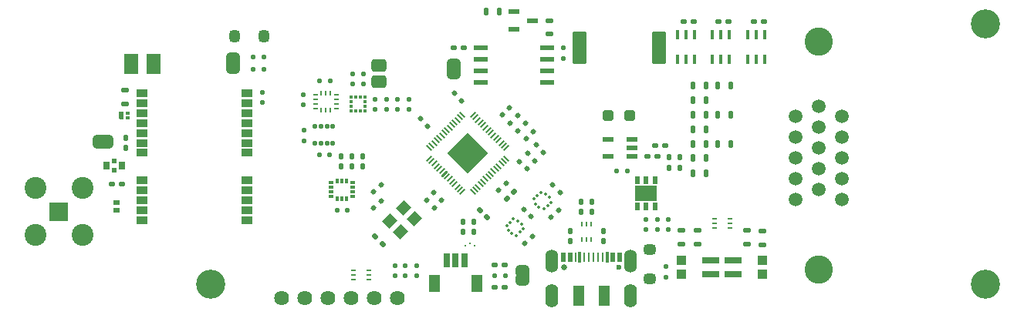
<source format=gbr>
%TF.GenerationSoftware,KiCad,Pcbnew,9.0.0*%
%TF.CreationDate,2025-07-20T20:19:11+01:00*%
%TF.ProjectId,Navigator,4e617669-6761-4746-9f72-2e6b69636164,rev?*%
%TF.SameCoordinates,Original*%
%TF.FileFunction,Soldermask,Top*%
%TF.FilePolarity,Negative*%
%FSLAX46Y46*%
G04 Gerber Fmt 4.6, Leading zero omitted, Abs format (unit mm)*
G04 Created by KiCad (PCBNEW 9.0.0) date 2025-07-20 20:19:11*
%MOMM*%
%LPD*%
G01*
G04 APERTURE LIST*
G04 Aperture macros list*
%AMRoundRect*
0 Rectangle with rounded corners*
0 $1 Rounding radius*
0 $2 $3 $4 $5 $6 $7 $8 $9 X,Y pos of 4 corners*
0 Add a 4 corners polygon primitive as box body*
4,1,4,$2,$3,$4,$5,$6,$7,$8,$9,$2,$3,0*
0 Add four circle primitives for the rounded corners*
1,1,$1+$1,$2,$3*
1,1,$1+$1,$4,$5*
1,1,$1+$1,$6,$7*
1,1,$1+$1,$8,$9*
0 Add four rect primitives between the rounded corners*
20,1,$1+$1,$2,$3,$4,$5,0*
20,1,$1+$1,$4,$5,$6,$7,0*
20,1,$1+$1,$6,$7,$8,$9,0*
20,1,$1+$1,$8,$9,$2,$3,0*%
%AMRotRect*
0 Rectangle, with rotation*
0 The origin of the aperture is its center*
0 $1 length*
0 $2 width*
0 $3 Rotation angle, in degrees counterclockwise*
0 Add horizontal line*
21,1,$1,$2,0,0,$3*%
%AMFreePoly0*
4,1,23,0.500000,-0.750000,0.000000,-0.750000,0.000000,-0.745722,-0.065263,-0.745722,-0.191342,-0.711940,-0.304381,-0.646677,-0.396677,-0.554381,-0.461940,-0.441342,-0.495722,-0.315263,-0.495722,-0.250000,-0.500000,-0.250000,-0.500000,0.250000,-0.495722,0.250000,-0.495722,0.315263,-0.461940,0.441342,-0.396677,0.554381,-0.304381,0.646677,-0.191342,0.711940,-0.065263,0.745722,0.000000,0.745722,
0.000000,0.750000,0.500000,0.750000,0.500000,-0.750000,0.500000,-0.750000,$1*%
%AMFreePoly1*
4,1,23,0.000000,0.745722,0.065263,0.745722,0.191342,0.711940,0.304381,0.646677,0.396677,0.554381,0.461940,0.441342,0.495722,0.315263,0.495722,0.250000,0.500000,0.250000,0.500000,-0.250000,0.495722,-0.250000,0.495722,-0.315263,0.461940,-0.441342,0.396677,-0.554381,0.304381,-0.646677,0.191342,-0.711940,0.065263,-0.745722,0.000000,-0.745722,0.000000,-0.750000,-0.500000,-0.750000,
-0.500000,0.750000,0.000000,0.750000,0.000000,0.745722,0.000000,0.745722,$1*%
G04 Aperture macros list end*
%ADD10C,0.010000*%
%ADD11RoundRect,0.125000X0.125000X0.281400X-0.125000X0.281400X-0.125000X-0.281400X0.125000X-0.281400X0*%
%ADD12RoundRect,0.127000X0.017961X0.197566X-0.197566X-0.017961X-0.017961X-0.197566X0.197566X0.017961X0*%
%ADD13RoundRect,0.127000X-0.197566X0.017961X0.017961X-0.197566X0.197566X-0.017961X-0.017961X0.197566X0*%
%ADD14RoundRect,0.125000X0.202799X0.124999X-0.202799X0.124999X-0.202799X-0.124999X0.202799X-0.124999X0*%
%ADD15RoundRect,0.125000X0.124999X-0.202799X0.124999X0.202799X-0.124999X0.202799X-0.124999X-0.202799X0*%
%ADD16RoundRect,0.127000X-0.127000X0.152400X-0.127000X-0.152400X0.127000X-0.152400X0.127000X0.152400X0*%
%ADD17RoundRect,0.125000X0.055013X0.231788X-0.231788X-0.055013X-0.055013X-0.231788X0.231788X0.055013X0*%
%ADD18RoundRect,0.278500X0.278500X0.358500X-0.278500X0.358500X-0.278500X-0.358500X0.278500X-0.358500X0*%
%ADD19RoundRect,0.250000X-0.325000X-0.325000X0.325000X-0.325000X0.325000X0.325000X-0.325000X0.325000X0*%
%ADD20RoundRect,0.015000X0.203200X-0.406400X0.203200X0.406400X-0.203200X0.406400X-0.203200X-0.406400X0*%
%ADD21R,2.489200X1.752600*%
%ADD22C,3.200000*%
%ADD23RoundRect,0.127000X-0.152400X-0.127000X0.152400X-0.127000X0.152400X0.127000X-0.152400X0.127000X0*%
%ADD24RoundRect,0.127000X0.127000X-0.152400X0.127000X0.152400X-0.127000X0.152400X-0.127000X-0.152400X0*%
%ADD25R,1.524000X0.533400*%
%ADD26RoundRect,0.125000X-0.124999X0.202799X-0.124999X-0.202799X0.124999X-0.202799X0.124999X0.202799X0*%
%ADD27RoundRect,0.125000X-0.281400X0.125000X-0.281400X-0.125000X0.281400X-0.125000X0.281400X0.125000X0*%
%ADD28R,0.576580X0.351536*%
%ADD29R,0.351536X0.576580*%
%ADD30RoundRect,0.127000X0.152400X0.127000X-0.152400X0.127000X-0.152400X-0.127000X0.152400X-0.127000X0*%
%ADD31R,1.549400X2.209800*%
%ADD32R,0.609600X0.228600*%
%ADD33RoundRect,0.125000X0.231788X-0.055013X-0.055013X0.231788X-0.231788X0.055013X0.055013X-0.231788X0*%
%ADD34RotRect,1.100000X1.300000X135.000000*%
%ADD35R,0.482600X0.254000*%
%ADD36R,0.254000X0.482600*%
%ADD37C,3.100000*%
%ADD38C,1.500000*%
%ADD39RoundRect,0.127000X0.197566X-0.017961X-0.017961X0.197566X-0.197566X0.017961X0.017961X-0.197566X0*%
%ADD40R,1.905000X0.660400*%
%ADD41R,1.295400X0.838200*%
%ADD42R,1.000000X1.050000*%
%ADD43RoundRect,0.125000X-0.202799X-0.124999X0.202799X-0.124999X0.202799X0.124999X-0.202799X0.124999X0*%
%ADD44RoundRect,0.125000X0.281400X-0.125000X0.281400X0.125000X-0.281400X0.125000X-0.281400X-0.125000X0*%
%ADD45RoundRect,0.127000X-0.017961X-0.197566X0.197566X0.017961X0.017961X0.197566X-0.197566X-0.017961X0*%
%ADD46R,2.100000X2.100000*%
%ADD47C,2.400000*%
%ADD48RoundRect,0.102000X-0.650000X-1.700000X0.650000X-1.700000X0.650000X1.700000X-0.650000X1.700000X0*%
%ADD49FreePoly0,90.000000*%
%ADD50FreePoly1,90.000000*%
%ADD51R,0.711200X0.889000*%
%ADD52R,0.508000X0.558800*%
%ADD53R,0.457200X1.003300*%
%ADD54FreePoly0,270.000000*%
%ADD55FreePoly1,270.000000*%
%ADD56C,0.630000*%
%ADD57C,0.600000*%
%ADD58R,0.520000X1.000000*%
%ADD59R,0.270000X1.000000*%
%ADD60RoundRect,0.070000X-0.135000X-0.500000X0.135000X-0.500000X0.135000X0.500000X-0.135000X0.500000X0*%
%ADD61RoundRect,0.120000X-0.500000X-1.000000X0.500000X-1.000000X0.500000X1.000000X-0.500000X1.000000X0*%
%ADD62O,1.362000X2.520000*%
%ADD63O,1.404000X2.604000*%
%ADD64RoundRect,0.061250X0.183750X-0.203750X0.183750X0.203750X-0.183750X0.203750X-0.183750X-0.203750X0*%
%ADD65RotRect,0.304800X0.330200X315.000000*%
%ADD66RotRect,0.304800X0.330200X225.000000*%
%ADD67R,1.250000X0.600000*%
%ADD68RoundRect,0.278500X0.358500X-0.278500X0.358500X0.278500X-0.358500X0.278500X-0.358500X-0.278500X0*%
%ADD69R,1.150000X0.600000*%
%ADD70RoundRect,0.294348X0.532652X-0.382652X0.532652X0.382652X-0.532652X0.382652X-0.532652X-0.382652X0*%
%ADD71RotRect,0.177800X0.812800X45.000000*%
%ADD72RotRect,0.177800X0.812800X315.000000*%
%ADD73RoundRect,0.050000X-0.350230X-0.224506X-0.224506X-0.350230X0.350230X0.224506X0.224506X0.350230X0*%
%ADD74RotRect,3.200400X3.200400X315.000000*%
%ADD75R,0.660000X0.500000*%
%ADD76R,0.351536X0.376682*%
%ADD77R,0.376682X0.351536*%
%ADD78R,0.660400X1.549400*%
%ADD79R,1.295400X1.905000*%
%ADD80FreePoly0,180.000000*%
%ADD81FreePoly1,180.000000*%
%ADD82R,0.228600X0.609600*%
%ADD83RotRect,0.254000X0.279400X315.000000*%
%ADD84RotRect,0.254000X0.254000X225.000000*%
%ADD85C,1.625600*%
G04 APERTURE END LIST*
D10*
%TO.C,D5*%
X149704856Y-92449499D02*
X149705856Y-92449499D01*
X149707856Y-92449499D01*
X149708856Y-92450499D01*
X149709856Y-92450499D01*
X149710856Y-92451499D01*
X149711856Y-92451499D01*
X149713856Y-92452499D01*
X149714856Y-92453499D01*
X149715856Y-92454499D01*
X149716856Y-92454499D01*
X149717856Y-92455499D01*
X149718856Y-92456499D01*
X149718856Y-92457499D01*
X149719856Y-92458499D01*
X149720856Y-92459499D01*
X149721856Y-92460499D01*
X149721856Y-92462499D01*
X149722856Y-92463499D01*
X149722856Y-92464499D01*
X149723856Y-92465499D01*
X149723856Y-92467499D01*
X149723856Y-92468499D01*
X149724856Y-92469499D01*
X149724856Y-92470499D01*
X149724856Y-92472499D01*
X149724856Y-92473499D01*
X149724856Y-92523499D01*
X149724856Y-92524499D01*
X149724856Y-92526499D01*
X149724856Y-92527499D01*
X149723856Y-92528499D01*
X149723856Y-92529499D01*
X149723856Y-92531499D01*
X149722856Y-92532499D01*
X149722856Y-92533499D01*
X149721856Y-92534499D01*
X149721856Y-92535499D01*
X149720856Y-92537499D01*
X149719856Y-92538499D01*
X149718856Y-92539499D01*
X149718856Y-92540499D01*
X149717856Y-92541499D01*
X149716856Y-92542499D01*
X149715856Y-92542499D01*
X149714856Y-92543499D01*
X149713856Y-92544499D01*
X149711856Y-92545499D01*
X149710856Y-92545499D01*
X149709856Y-92546499D01*
X149708856Y-92546499D01*
X149707856Y-92547499D01*
X149705856Y-92547499D01*
X149704856Y-92547499D01*
X149703856Y-92548499D01*
X149702856Y-92548499D01*
X149700856Y-92548499D01*
X149699856Y-92548499D01*
X149649856Y-92548499D01*
X149648856Y-92548499D01*
X149646856Y-92548499D01*
X149645856Y-92548499D01*
X149644856Y-92547499D01*
X149643856Y-92547499D01*
X149641856Y-92547499D01*
X149640856Y-92546499D01*
X149639856Y-92546499D01*
X149638856Y-92545499D01*
X149636856Y-92545499D01*
X149635856Y-92544499D01*
X149634856Y-92543499D01*
X149633856Y-92542499D01*
X149632856Y-92542499D01*
X149631856Y-92541499D01*
X149630856Y-92540499D01*
X149630856Y-92539499D01*
X149629856Y-92538499D01*
X149628856Y-92537499D01*
X149627856Y-92535499D01*
X149627856Y-92534499D01*
X149626856Y-92533499D01*
X149626856Y-92532499D01*
X149625856Y-92531499D01*
X149625856Y-92529499D01*
X149625856Y-92528499D01*
X149624856Y-92527499D01*
X149624856Y-92526499D01*
X149624856Y-92524499D01*
X149624856Y-92523499D01*
X149624856Y-92473499D01*
X149624856Y-92472499D01*
X149624856Y-92470499D01*
X149624856Y-92469499D01*
X149625856Y-92468499D01*
X149625856Y-92467499D01*
X149625856Y-92465499D01*
X149626856Y-92464499D01*
X149626856Y-92463499D01*
X149627856Y-92462499D01*
X149627856Y-92460499D01*
X149628856Y-92459499D01*
X149629856Y-92458499D01*
X149630856Y-92457499D01*
X149630856Y-92456499D01*
X149631856Y-92455499D01*
X149632856Y-92454499D01*
X149633856Y-92454499D01*
X149634856Y-92453499D01*
X149635856Y-92452499D01*
X149636856Y-92451499D01*
X149638856Y-92451499D01*
X149639856Y-92450499D01*
X149640856Y-92450499D01*
X149641856Y-92449499D01*
X149643856Y-92449499D01*
X149644856Y-92449499D01*
X149645856Y-92448499D01*
X149646856Y-92448499D01*
X149648856Y-92448499D01*
X149649856Y-92448499D01*
X149699856Y-92448499D01*
X149700856Y-92448499D01*
X149702856Y-92448499D01*
X149703856Y-92448499D01*
X149704856Y-92449499D01*
G36*
X149704856Y-92449499D02*
G01*
X149705856Y-92449499D01*
X149707856Y-92449499D01*
X149708856Y-92450499D01*
X149709856Y-92450499D01*
X149710856Y-92451499D01*
X149711856Y-92451499D01*
X149713856Y-92452499D01*
X149714856Y-92453499D01*
X149715856Y-92454499D01*
X149716856Y-92454499D01*
X149717856Y-92455499D01*
X149718856Y-92456499D01*
X149718856Y-92457499D01*
X149719856Y-92458499D01*
X149720856Y-92459499D01*
X149721856Y-92460499D01*
X149721856Y-92462499D01*
X149722856Y-92463499D01*
X149722856Y-92464499D01*
X149723856Y-92465499D01*
X149723856Y-92467499D01*
X149723856Y-92468499D01*
X149724856Y-92469499D01*
X149724856Y-92470499D01*
X149724856Y-92472499D01*
X149724856Y-92473499D01*
X149724856Y-92523499D01*
X149724856Y-92524499D01*
X149724856Y-92526499D01*
X149724856Y-92527499D01*
X149723856Y-92528499D01*
X149723856Y-92529499D01*
X149723856Y-92531499D01*
X149722856Y-92532499D01*
X149722856Y-92533499D01*
X149721856Y-92534499D01*
X149721856Y-92535499D01*
X149720856Y-92537499D01*
X149719856Y-92538499D01*
X149718856Y-92539499D01*
X149718856Y-92540499D01*
X149717856Y-92541499D01*
X149716856Y-92542499D01*
X149715856Y-92542499D01*
X149714856Y-92543499D01*
X149713856Y-92544499D01*
X149711856Y-92545499D01*
X149710856Y-92545499D01*
X149709856Y-92546499D01*
X149708856Y-92546499D01*
X149707856Y-92547499D01*
X149705856Y-92547499D01*
X149704856Y-92547499D01*
X149703856Y-92548499D01*
X149702856Y-92548499D01*
X149700856Y-92548499D01*
X149699856Y-92548499D01*
X149649856Y-92548499D01*
X149648856Y-92548499D01*
X149646856Y-92548499D01*
X149645856Y-92548499D01*
X149644856Y-92547499D01*
X149643856Y-92547499D01*
X149641856Y-92547499D01*
X149640856Y-92546499D01*
X149639856Y-92546499D01*
X149638856Y-92545499D01*
X149636856Y-92545499D01*
X149635856Y-92544499D01*
X149634856Y-92543499D01*
X149633856Y-92542499D01*
X149632856Y-92542499D01*
X149631856Y-92541499D01*
X149630856Y-92540499D01*
X149630856Y-92539499D01*
X149629856Y-92538499D01*
X149628856Y-92537499D01*
X149627856Y-92535499D01*
X149627856Y-92534499D01*
X149626856Y-92533499D01*
X149626856Y-92532499D01*
X149625856Y-92531499D01*
X149625856Y-92529499D01*
X149625856Y-92528499D01*
X149624856Y-92527499D01*
X149624856Y-92526499D01*
X149624856Y-92524499D01*
X149624856Y-92523499D01*
X149624856Y-92473499D01*
X149624856Y-92472499D01*
X149624856Y-92470499D01*
X149624856Y-92469499D01*
X149625856Y-92468499D01*
X149625856Y-92467499D01*
X149625856Y-92465499D01*
X149626856Y-92464499D01*
X149626856Y-92463499D01*
X149627856Y-92462499D01*
X149627856Y-92460499D01*
X149628856Y-92459499D01*
X149629856Y-92458499D01*
X149630856Y-92457499D01*
X149630856Y-92456499D01*
X149631856Y-92455499D01*
X149632856Y-92454499D01*
X149633856Y-92454499D01*
X149634856Y-92453499D01*
X149635856Y-92452499D01*
X149636856Y-92451499D01*
X149638856Y-92451499D01*
X149639856Y-92450499D01*
X149640856Y-92450499D01*
X149641856Y-92449499D01*
X149643856Y-92449499D01*
X149644856Y-92449499D01*
X149645856Y-92448499D01*
X149646856Y-92448499D01*
X149648856Y-92448499D01*
X149649856Y-92448499D01*
X149699856Y-92448499D01*
X149700856Y-92448499D01*
X149702856Y-92448499D01*
X149703856Y-92448499D01*
X149704856Y-92449499D01*
G37*
X150204856Y-92199499D02*
X150205856Y-92199499D01*
X150207856Y-92199499D01*
X150208856Y-92200499D01*
X150209856Y-92200499D01*
X150210856Y-92201499D01*
X150212856Y-92201499D01*
X150213856Y-92202499D01*
X150214856Y-92203499D01*
X150215856Y-92204499D01*
X150216856Y-92204499D01*
X150217856Y-92205499D01*
X150218856Y-92206499D01*
X150218856Y-92207499D01*
X150219856Y-92208499D01*
X150220856Y-92209499D01*
X150221856Y-92211499D01*
X150221856Y-92212499D01*
X150222856Y-92213499D01*
X150222856Y-92214499D01*
X150223856Y-92215499D01*
X150223856Y-92217499D01*
X150223856Y-92218499D01*
X150224856Y-92219499D01*
X150224856Y-92220499D01*
X150224856Y-92222499D01*
X150224856Y-92223499D01*
X150224856Y-92273499D01*
X150224856Y-92274499D01*
X150224856Y-92276499D01*
X150224856Y-92277499D01*
X150223856Y-92278499D01*
X150223856Y-92279499D01*
X150223856Y-92281499D01*
X150222856Y-92282499D01*
X150222856Y-92283499D01*
X150221856Y-92284499D01*
X150221856Y-92286499D01*
X150220856Y-92287499D01*
X150219856Y-92288499D01*
X150218856Y-92289499D01*
X150218856Y-92290499D01*
X150217856Y-92291499D01*
X150216856Y-92292499D01*
X150215856Y-92292499D01*
X150214856Y-92293499D01*
X150213856Y-92294499D01*
X150211856Y-92295499D01*
X150210856Y-92295499D01*
X150209856Y-92296499D01*
X150208856Y-92296499D01*
X150207856Y-92297499D01*
X150205856Y-92297499D01*
X150204856Y-92297499D01*
X150203856Y-92298499D01*
X150202856Y-92298499D01*
X150200856Y-92298499D01*
X150199856Y-92298499D01*
X150149856Y-92298499D01*
X150148856Y-92298499D01*
X150146856Y-92298499D01*
X150145856Y-92298499D01*
X150144856Y-92297499D01*
X150143856Y-92297499D01*
X150141856Y-92297499D01*
X150140856Y-92296499D01*
X150139856Y-92296499D01*
X150138856Y-92295499D01*
X150137856Y-92295499D01*
X150135856Y-92294499D01*
X150134856Y-92293499D01*
X150133856Y-92292499D01*
X150132856Y-92292499D01*
X150131856Y-92291499D01*
X150130856Y-92290499D01*
X150130856Y-92289499D01*
X150129856Y-92288499D01*
X150128856Y-92287499D01*
X150127856Y-92286499D01*
X150127856Y-92284499D01*
X150126856Y-92283499D01*
X150126856Y-92282499D01*
X150125856Y-92281499D01*
X150125856Y-92279499D01*
X150125856Y-92278499D01*
X150124856Y-92277499D01*
X150124856Y-92276499D01*
X150124856Y-92274499D01*
X150124856Y-92273499D01*
X150124856Y-92223499D01*
X150124856Y-92222499D01*
X150124856Y-92220499D01*
X150124856Y-92219499D01*
X150125856Y-92218499D01*
X150125856Y-92217499D01*
X150125856Y-92215499D01*
X150126856Y-92214499D01*
X150126856Y-92213499D01*
X150127856Y-92212499D01*
X150127856Y-92211499D01*
X150128856Y-92209499D01*
X150129856Y-92208499D01*
X150130856Y-92207499D01*
X150130856Y-92206499D01*
X150131856Y-92205499D01*
X150132856Y-92204499D01*
X150133856Y-92204499D01*
X150134856Y-92203499D01*
X150135856Y-92202499D01*
X150136856Y-92201499D01*
X150138856Y-92201499D01*
X150139856Y-92200499D01*
X150140856Y-92200499D01*
X150141856Y-92199499D01*
X150143856Y-92199499D01*
X150144856Y-92199499D01*
X150145856Y-92198499D01*
X150146856Y-92198499D01*
X150148856Y-92198499D01*
X150149856Y-92198499D01*
X150199856Y-92198499D01*
X150200856Y-92198499D01*
X150202856Y-92198499D01*
X150203856Y-92198499D01*
X150204856Y-92199499D01*
G36*
X150204856Y-92199499D02*
G01*
X150205856Y-92199499D01*
X150207856Y-92199499D01*
X150208856Y-92200499D01*
X150209856Y-92200499D01*
X150210856Y-92201499D01*
X150212856Y-92201499D01*
X150213856Y-92202499D01*
X150214856Y-92203499D01*
X150215856Y-92204499D01*
X150216856Y-92204499D01*
X150217856Y-92205499D01*
X150218856Y-92206499D01*
X150218856Y-92207499D01*
X150219856Y-92208499D01*
X150220856Y-92209499D01*
X150221856Y-92211499D01*
X150221856Y-92212499D01*
X150222856Y-92213499D01*
X150222856Y-92214499D01*
X150223856Y-92215499D01*
X150223856Y-92217499D01*
X150223856Y-92218499D01*
X150224856Y-92219499D01*
X150224856Y-92220499D01*
X150224856Y-92222499D01*
X150224856Y-92223499D01*
X150224856Y-92273499D01*
X150224856Y-92274499D01*
X150224856Y-92276499D01*
X150224856Y-92277499D01*
X150223856Y-92278499D01*
X150223856Y-92279499D01*
X150223856Y-92281499D01*
X150222856Y-92282499D01*
X150222856Y-92283499D01*
X150221856Y-92284499D01*
X150221856Y-92286499D01*
X150220856Y-92287499D01*
X150219856Y-92288499D01*
X150218856Y-92289499D01*
X150218856Y-92290499D01*
X150217856Y-92291499D01*
X150216856Y-92292499D01*
X150215856Y-92292499D01*
X150214856Y-92293499D01*
X150213856Y-92294499D01*
X150211856Y-92295499D01*
X150210856Y-92295499D01*
X150209856Y-92296499D01*
X150208856Y-92296499D01*
X150207856Y-92297499D01*
X150205856Y-92297499D01*
X150204856Y-92297499D01*
X150203856Y-92298499D01*
X150202856Y-92298499D01*
X150200856Y-92298499D01*
X150199856Y-92298499D01*
X150149856Y-92298499D01*
X150148856Y-92298499D01*
X150146856Y-92298499D01*
X150145856Y-92298499D01*
X150144856Y-92297499D01*
X150143856Y-92297499D01*
X150141856Y-92297499D01*
X150140856Y-92296499D01*
X150139856Y-92296499D01*
X150138856Y-92295499D01*
X150137856Y-92295499D01*
X150135856Y-92294499D01*
X150134856Y-92293499D01*
X150133856Y-92292499D01*
X150132856Y-92292499D01*
X150131856Y-92291499D01*
X150130856Y-92290499D01*
X150130856Y-92289499D01*
X150129856Y-92288499D01*
X150128856Y-92287499D01*
X150127856Y-92286499D01*
X150127856Y-92284499D01*
X150126856Y-92283499D01*
X150126856Y-92282499D01*
X150125856Y-92281499D01*
X150125856Y-92279499D01*
X150125856Y-92278499D01*
X150124856Y-92277499D01*
X150124856Y-92276499D01*
X150124856Y-92274499D01*
X150124856Y-92273499D01*
X150124856Y-92223499D01*
X150124856Y-92222499D01*
X150124856Y-92220499D01*
X150124856Y-92219499D01*
X150125856Y-92218499D01*
X150125856Y-92217499D01*
X150125856Y-92215499D01*
X150126856Y-92214499D01*
X150126856Y-92213499D01*
X150127856Y-92212499D01*
X150127856Y-92211499D01*
X150128856Y-92209499D01*
X150129856Y-92208499D01*
X150130856Y-92207499D01*
X150130856Y-92206499D01*
X150131856Y-92205499D01*
X150132856Y-92204499D01*
X150133856Y-92204499D01*
X150134856Y-92203499D01*
X150135856Y-92202499D01*
X150136856Y-92201499D01*
X150138856Y-92201499D01*
X150139856Y-92200499D01*
X150140856Y-92200499D01*
X150141856Y-92199499D01*
X150143856Y-92199499D01*
X150144856Y-92199499D01*
X150145856Y-92198499D01*
X150146856Y-92198499D01*
X150148856Y-92198499D01*
X150149856Y-92198499D01*
X150199856Y-92198499D01*
X150200856Y-92198499D01*
X150202856Y-92198499D01*
X150203856Y-92198499D01*
X150204856Y-92199499D01*
G37*
X150704856Y-92449499D02*
X150705856Y-92449499D01*
X150707856Y-92449499D01*
X150708856Y-92450499D01*
X150709856Y-92450499D01*
X150710856Y-92451499D01*
X150712856Y-92451499D01*
X150713856Y-92452499D01*
X150714856Y-92453499D01*
X150715856Y-92454499D01*
X150716856Y-92454499D01*
X150717856Y-92455499D01*
X150718856Y-92456499D01*
X150718856Y-92457499D01*
X150719856Y-92458499D01*
X150720856Y-92459499D01*
X150721856Y-92461499D01*
X150721856Y-92462499D01*
X150722856Y-92463499D01*
X150722856Y-92464499D01*
X150723856Y-92465499D01*
X150723856Y-92467499D01*
X150723856Y-92468499D01*
X150724856Y-92469499D01*
X150724856Y-92470499D01*
X150724856Y-92472499D01*
X150724856Y-92473499D01*
X150724856Y-92523499D01*
X150724856Y-92524499D01*
X150724856Y-92526499D01*
X150724856Y-92527499D01*
X150723856Y-92528499D01*
X150723856Y-92529499D01*
X150723856Y-92531499D01*
X150722856Y-92532499D01*
X150722856Y-92533499D01*
X150721856Y-92534499D01*
X150721856Y-92535499D01*
X150720856Y-92537499D01*
X150719856Y-92538499D01*
X150718856Y-92539499D01*
X150718856Y-92540499D01*
X150717856Y-92541499D01*
X150716856Y-92542499D01*
X150715856Y-92542499D01*
X150714856Y-92543499D01*
X150713856Y-92544499D01*
X150712856Y-92545499D01*
X150710856Y-92545499D01*
X150709856Y-92546499D01*
X150708856Y-92546499D01*
X150707856Y-92547499D01*
X150705856Y-92547499D01*
X150704856Y-92547499D01*
X150703856Y-92548499D01*
X150702856Y-92548499D01*
X150700856Y-92548499D01*
X150699856Y-92548499D01*
X150649856Y-92548499D01*
X150648856Y-92548499D01*
X150646856Y-92548499D01*
X150645856Y-92548499D01*
X150644856Y-92547499D01*
X150643856Y-92547499D01*
X150641856Y-92547499D01*
X150640856Y-92546499D01*
X150639856Y-92546499D01*
X150638856Y-92545499D01*
X150637856Y-92545499D01*
X150635856Y-92544499D01*
X150634856Y-92543499D01*
X150633856Y-92542499D01*
X150632856Y-92542499D01*
X150631856Y-92541499D01*
X150630856Y-92540499D01*
X150630856Y-92539499D01*
X150629856Y-92538499D01*
X150628856Y-92537499D01*
X150627856Y-92535499D01*
X150627856Y-92534499D01*
X150626856Y-92533499D01*
X150626856Y-92532499D01*
X150625856Y-92531499D01*
X150625856Y-92529499D01*
X150625856Y-92528499D01*
X150624856Y-92527499D01*
X150624856Y-92526499D01*
X150624856Y-92524499D01*
X150624856Y-92523499D01*
X150624856Y-92473499D01*
X150624856Y-92472499D01*
X150624856Y-92470499D01*
X150624856Y-92469499D01*
X150625856Y-92468499D01*
X150625856Y-92467499D01*
X150625856Y-92465499D01*
X150626856Y-92464499D01*
X150626856Y-92463499D01*
X150627856Y-92462499D01*
X150627856Y-92460499D01*
X150628856Y-92459499D01*
X150629856Y-92458499D01*
X150630856Y-92457499D01*
X150630856Y-92456499D01*
X150631856Y-92455499D01*
X150632856Y-92454499D01*
X150633856Y-92454499D01*
X150634856Y-92453499D01*
X150635856Y-92452499D01*
X150637856Y-92451499D01*
X150638856Y-92451499D01*
X150639856Y-92450499D01*
X150640856Y-92450499D01*
X150641856Y-92449499D01*
X150643856Y-92449499D01*
X150644856Y-92449499D01*
X150645856Y-92448499D01*
X150646856Y-92448499D01*
X150648856Y-92448499D01*
X150649856Y-92448499D01*
X150699856Y-92448499D01*
X150700856Y-92448499D01*
X150702856Y-92448499D01*
X150703856Y-92448499D01*
X150704856Y-92449499D01*
G36*
X150704856Y-92449499D02*
G01*
X150705856Y-92449499D01*
X150707856Y-92449499D01*
X150708856Y-92450499D01*
X150709856Y-92450499D01*
X150710856Y-92451499D01*
X150712856Y-92451499D01*
X150713856Y-92452499D01*
X150714856Y-92453499D01*
X150715856Y-92454499D01*
X150716856Y-92454499D01*
X150717856Y-92455499D01*
X150718856Y-92456499D01*
X150718856Y-92457499D01*
X150719856Y-92458499D01*
X150720856Y-92459499D01*
X150721856Y-92461499D01*
X150721856Y-92462499D01*
X150722856Y-92463499D01*
X150722856Y-92464499D01*
X150723856Y-92465499D01*
X150723856Y-92467499D01*
X150723856Y-92468499D01*
X150724856Y-92469499D01*
X150724856Y-92470499D01*
X150724856Y-92472499D01*
X150724856Y-92473499D01*
X150724856Y-92523499D01*
X150724856Y-92524499D01*
X150724856Y-92526499D01*
X150724856Y-92527499D01*
X150723856Y-92528499D01*
X150723856Y-92529499D01*
X150723856Y-92531499D01*
X150722856Y-92532499D01*
X150722856Y-92533499D01*
X150721856Y-92534499D01*
X150721856Y-92535499D01*
X150720856Y-92537499D01*
X150719856Y-92538499D01*
X150718856Y-92539499D01*
X150718856Y-92540499D01*
X150717856Y-92541499D01*
X150716856Y-92542499D01*
X150715856Y-92542499D01*
X150714856Y-92543499D01*
X150713856Y-92544499D01*
X150712856Y-92545499D01*
X150710856Y-92545499D01*
X150709856Y-92546499D01*
X150708856Y-92546499D01*
X150707856Y-92547499D01*
X150705856Y-92547499D01*
X150704856Y-92547499D01*
X150703856Y-92548499D01*
X150702856Y-92548499D01*
X150700856Y-92548499D01*
X150699856Y-92548499D01*
X150649856Y-92548499D01*
X150648856Y-92548499D01*
X150646856Y-92548499D01*
X150645856Y-92548499D01*
X150644856Y-92547499D01*
X150643856Y-92547499D01*
X150641856Y-92547499D01*
X150640856Y-92546499D01*
X150639856Y-92546499D01*
X150638856Y-92545499D01*
X150637856Y-92545499D01*
X150635856Y-92544499D01*
X150634856Y-92543499D01*
X150633856Y-92542499D01*
X150632856Y-92542499D01*
X150631856Y-92541499D01*
X150630856Y-92540499D01*
X150630856Y-92539499D01*
X150629856Y-92538499D01*
X150628856Y-92537499D01*
X150627856Y-92535499D01*
X150627856Y-92534499D01*
X150626856Y-92533499D01*
X150626856Y-92532499D01*
X150625856Y-92531499D01*
X150625856Y-92529499D01*
X150625856Y-92528499D01*
X150624856Y-92527499D01*
X150624856Y-92526499D01*
X150624856Y-92524499D01*
X150624856Y-92523499D01*
X150624856Y-92473499D01*
X150624856Y-92472499D01*
X150624856Y-92470499D01*
X150624856Y-92469499D01*
X150625856Y-92468499D01*
X150625856Y-92467499D01*
X150625856Y-92465499D01*
X150626856Y-92464499D01*
X150626856Y-92463499D01*
X150627856Y-92462499D01*
X150627856Y-92460499D01*
X150628856Y-92459499D01*
X150629856Y-92458499D01*
X150630856Y-92457499D01*
X150630856Y-92456499D01*
X150631856Y-92455499D01*
X150632856Y-92454499D01*
X150633856Y-92454499D01*
X150634856Y-92453499D01*
X150635856Y-92452499D01*
X150637856Y-92451499D01*
X150638856Y-92451499D01*
X150639856Y-92450499D01*
X150640856Y-92450499D01*
X150641856Y-92449499D01*
X150643856Y-92449499D01*
X150644856Y-92449499D01*
X150645856Y-92448499D01*
X150646856Y-92448499D01*
X150648856Y-92448499D01*
X150649856Y-92448499D01*
X150699856Y-92448499D01*
X150700856Y-92448499D01*
X150702856Y-92448499D01*
X150703856Y-92448499D01*
X150704856Y-92449499D01*
G37*
%TO.C,JP4*%
G36*
X147680000Y-73300000D02*
G01*
X149180000Y-73300000D01*
X149180000Y-73000000D01*
X147680000Y-73000000D01*
X147680000Y-73300000D01*
G37*
%TO.C,JP1*%
G36*
X124980000Y-72350000D02*
G01*
X123480000Y-72350000D01*
X123480000Y-72650000D01*
X124980000Y-72650000D01*
X124980000Y-72350000D01*
G37*
%TO.C,JP3*%
G36*
X155274856Y-95948498D02*
G01*
X156774856Y-95948498D01*
X156774856Y-95648498D01*
X155274856Y-95648498D01*
X155274856Y-95948498D01*
G37*
%TO.C,Q1*%
X112088000Y-77851000D02*
X112090000Y-77851000D01*
X112093000Y-77852000D01*
X112095000Y-77852000D01*
X112098000Y-77853000D01*
X112100000Y-77854000D01*
X112103000Y-77855000D01*
X112105000Y-77857000D01*
X112107000Y-77858000D01*
X112109000Y-77860000D01*
X112111000Y-77861000D01*
X112113000Y-77863000D01*
X112115000Y-77865000D01*
X112117000Y-77867000D01*
X112119000Y-77869000D01*
X112120000Y-77871000D01*
X112122000Y-77873000D01*
X112123000Y-77875000D01*
X112125000Y-77877000D01*
X112126000Y-77880000D01*
X112127000Y-77882000D01*
X112128000Y-77885000D01*
X112128000Y-77887000D01*
X112129000Y-77890000D01*
X112129000Y-77892000D01*
X112130000Y-77895000D01*
X112130000Y-77897000D01*
X112130000Y-77900000D01*
X112130000Y-78500000D01*
X112130000Y-78503000D01*
X112130000Y-78505000D01*
X112129000Y-78508000D01*
X112129000Y-78510000D01*
X112128000Y-78513000D01*
X112128000Y-78515000D01*
X112127000Y-78518000D01*
X112126000Y-78520000D01*
X112125000Y-78523000D01*
X112123000Y-78525000D01*
X112122000Y-78527000D01*
X112120000Y-78529000D01*
X112119000Y-78531000D01*
X112117000Y-78533000D01*
X112115000Y-78535000D01*
X112113000Y-78537000D01*
X112111000Y-78539000D01*
X112109000Y-78540000D01*
X112107000Y-78542000D01*
X112105000Y-78543000D01*
X112103000Y-78545000D01*
X112100000Y-78546000D01*
X112098000Y-78547000D01*
X112095000Y-78548000D01*
X112093000Y-78548000D01*
X112090000Y-78549000D01*
X112088000Y-78549000D01*
X112085000Y-78550000D01*
X112083000Y-78550000D01*
X112080000Y-78550000D01*
X111780000Y-78550000D01*
X111777000Y-78550000D01*
X111775000Y-78550000D01*
X111772000Y-78549000D01*
X111770000Y-78549000D01*
X111767000Y-78548000D01*
X111765000Y-78548000D01*
X111762000Y-78547000D01*
X111760000Y-78546000D01*
X111757000Y-78545000D01*
X111755000Y-78543000D01*
X111753000Y-78542000D01*
X111751000Y-78540000D01*
X111749000Y-78539000D01*
X111747000Y-78537000D01*
X111745000Y-78535000D01*
X111743000Y-78533000D01*
X111741000Y-78531000D01*
X111740000Y-78529000D01*
X111738000Y-78527000D01*
X111737000Y-78525000D01*
X111735000Y-78523000D01*
X111734000Y-78520000D01*
X111733000Y-78518000D01*
X111732000Y-78515000D01*
X111732000Y-78513000D01*
X111731000Y-78510000D01*
X111731000Y-78508000D01*
X111730000Y-78505000D01*
X111730000Y-78503000D01*
X111730000Y-78500000D01*
X111730000Y-77900000D01*
X111730000Y-77897000D01*
X111730000Y-77895000D01*
X111731000Y-77892000D01*
X111731000Y-77890000D01*
X111732000Y-77887000D01*
X111732000Y-77885000D01*
X111733000Y-77882000D01*
X111734000Y-77880000D01*
X111735000Y-77877000D01*
X111737000Y-77875000D01*
X111738000Y-77873000D01*
X111740000Y-77871000D01*
X111741000Y-77869000D01*
X111743000Y-77867000D01*
X111745000Y-77865000D01*
X111747000Y-77863000D01*
X111749000Y-77861000D01*
X111751000Y-77860000D01*
X111753000Y-77858000D01*
X111755000Y-77857000D01*
X111757000Y-77855000D01*
X111760000Y-77854000D01*
X111762000Y-77853000D01*
X111765000Y-77852000D01*
X111767000Y-77852000D01*
X111770000Y-77851000D01*
X111772000Y-77851000D01*
X111775000Y-77850000D01*
X111777000Y-77850000D01*
X111780000Y-77850000D01*
X112080000Y-77850000D01*
X112083000Y-77850000D01*
X112085000Y-77850000D01*
X112088000Y-77851000D01*
G36*
X112088000Y-77851000D02*
G01*
X112090000Y-77851000D01*
X112093000Y-77852000D01*
X112095000Y-77852000D01*
X112098000Y-77853000D01*
X112100000Y-77854000D01*
X112103000Y-77855000D01*
X112105000Y-77857000D01*
X112107000Y-77858000D01*
X112109000Y-77860000D01*
X112111000Y-77861000D01*
X112113000Y-77863000D01*
X112115000Y-77865000D01*
X112117000Y-77867000D01*
X112119000Y-77869000D01*
X112120000Y-77871000D01*
X112122000Y-77873000D01*
X112123000Y-77875000D01*
X112125000Y-77877000D01*
X112126000Y-77880000D01*
X112127000Y-77882000D01*
X112128000Y-77885000D01*
X112128000Y-77887000D01*
X112129000Y-77890000D01*
X112129000Y-77892000D01*
X112130000Y-77895000D01*
X112130000Y-77897000D01*
X112130000Y-77900000D01*
X112130000Y-78500000D01*
X112130000Y-78503000D01*
X112130000Y-78505000D01*
X112129000Y-78508000D01*
X112129000Y-78510000D01*
X112128000Y-78513000D01*
X112128000Y-78515000D01*
X112127000Y-78518000D01*
X112126000Y-78520000D01*
X112125000Y-78523000D01*
X112123000Y-78525000D01*
X112122000Y-78527000D01*
X112120000Y-78529000D01*
X112119000Y-78531000D01*
X112117000Y-78533000D01*
X112115000Y-78535000D01*
X112113000Y-78537000D01*
X112111000Y-78539000D01*
X112109000Y-78540000D01*
X112107000Y-78542000D01*
X112105000Y-78543000D01*
X112103000Y-78545000D01*
X112100000Y-78546000D01*
X112098000Y-78547000D01*
X112095000Y-78548000D01*
X112093000Y-78548000D01*
X112090000Y-78549000D01*
X112088000Y-78549000D01*
X112085000Y-78550000D01*
X112083000Y-78550000D01*
X112080000Y-78550000D01*
X111780000Y-78550000D01*
X111777000Y-78550000D01*
X111775000Y-78550000D01*
X111772000Y-78549000D01*
X111770000Y-78549000D01*
X111767000Y-78548000D01*
X111765000Y-78548000D01*
X111762000Y-78547000D01*
X111760000Y-78546000D01*
X111757000Y-78545000D01*
X111755000Y-78543000D01*
X111753000Y-78542000D01*
X111751000Y-78540000D01*
X111749000Y-78539000D01*
X111747000Y-78537000D01*
X111745000Y-78535000D01*
X111743000Y-78533000D01*
X111741000Y-78531000D01*
X111740000Y-78529000D01*
X111738000Y-78527000D01*
X111737000Y-78525000D01*
X111735000Y-78523000D01*
X111734000Y-78520000D01*
X111733000Y-78518000D01*
X111732000Y-78515000D01*
X111732000Y-78513000D01*
X111731000Y-78510000D01*
X111731000Y-78508000D01*
X111730000Y-78505000D01*
X111730000Y-78503000D01*
X111730000Y-78500000D01*
X111730000Y-77900000D01*
X111730000Y-77897000D01*
X111730000Y-77895000D01*
X111731000Y-77892000D01*
X111731000Y-77890000D01*
X111732000Y-77887000D01*
X111732000Y-77885000D01*
X111733000Y-77882000D01*
X111734000Y-77880000D01*
X111735000Y-77877000D01*
X111737000Y-77875000D01*
X111738000Y-77873000D01*
X111740000Y-77871000D01*
X111741000Y-77869000D01*
X111743000Y-77867000D01*
X111745000Y-77865000D01*
X111747000Y-77863000D01*
X111749000Y-77861000D01*
X111751000Y-77860000D01*
X111753000Y-77858000D01*
X111755000Y-77857000D01*
X111757000Y-77855000D01*
X111760000Y-77854000D01*
X111762000Y-77853000D01*
X111765000Y-77852000D01*
X111767000Y-77852000D01*
X111770000Y-77851000D01*
X111772000Y-77851000D01*
X111775000Y-77850000D01*
X111777000Y-77850000D01*
X111780000Y-77850000D01*
X112080000Y-77850000D01*
X112083000Y-77850000D01*
X112085000Y-77850000D01*
X112088000Y-77851000D01*
G37*
X112788000Y-77851000D02*
X112790000Y-77851000D01*
X112793000Y-77852000D01*
X112795000Y-77852000D01*
X112798000Y-77853000D01*
X112800000Y-77854000D01*
X112803000Y-77855000D01*
X112805000Y-77857000D01*
X112807000Y-77858000D01*
X112809000Y-77860000D01*
X112811000Y-77861000D01*
X112813000Y-77863000D01*
X112815000Y-77865000D01*
X112817000Y-77867000D01*
X112819000Y-77869000D01*
X112820000Y-77871000D01*
X112822000Y-77873000D01*
X112823000Y-77875000D01*
X112825000Y-77877000D01*
X112826000Y-77880000D01*
X112827000Y-77882000D01*
X112828000Y-77885000D01*
X112828000Y-77887000D01*
X112829000Y-77890000D01*
X112829000Y-77892000D01*
X112830000Y-77895000D01*
X112830000Y-77897000D01*
X112830000Y-77900000D01*
X112830000Y-78050000D01*
X112830000Y-78053000D01*
X112830000Y-78055000D01*
X112829000Y-78058000D01*
X112829000Y-78060000D01*
X112828000Y-78063000D01*
X112828000Y-78065000D01*
X112827000Y-78068000D01*
X112826000Y-78070000D01*
X112825000Y-78073000D01*
X112823000Y-78075000D01*
X112822000Y-78077000D01*
X112820000Y-78079000D01*
X112819000Y-78081000D01*
X112817000Y-78083000D01*
X112815000Y-78085000D01*
X112813000Y-78087000D01*
X112811000Y-78089000D01*
X112809000Y-78090000D01*
X112807000Y-78092000D01*
X112805000Y-78093000D01*
X112803000Y-78095000D01*
X112800000Y-78096000D01*
X112798000Y-78097000D01*
X112795000Y-78098000D01*
X112793000Y-78098000D01*
X112790000Y-78099000D01*
X112788000Y-78099000D01*
X112785000Y-78100000D01*
X112783000Y-78100000D01*
X112780000Y-78100000D01*
X112480000Y-78100000D01*
X112477000Y-78100000D01*
X112475000Y-78100000D01*
X112472000Y-78099000D01*
X112470000Y-78099000D01*
X112467000Y-78098000D01*
X112465000Y-78098000D01*
X112462000Y-78097000D01*
X112460000Y-78096000D01*
X112457000Y-78095000D01*
X112455000Y-78093000D01*
X112453000Y-78092000D01*
X112451000Y-78090000D01*
X112449000Y-78089000D01*
X112447000Y-78087000D01*
X112445000Y-78085000D01*
X112443000Y-78083000D01*
X112441000Y-78081000D01*
X112440000Y-78079000D01*
X112438000Y-78077000D01*
X112437000Y-78075000D01*
X112435000Y-78073000D01*
X112434000Y-78070000D01*
X112433000Y-78068000D01*
X112432000Y-78065000D01*
X112432000Y-78063000D01*
X112431000Y-78060000D01*
X112431000Y-78058000D01*
X112430000Y-78055000D01*
X112430000Y-78053000D01*
X112430000Y-78050000D01*
X112430000Y-77900000D01*
X112430000Y-77897000D01*
X112430000Y-77895000D01*
X112431000Y-77892000D01*
X112431000Y-77890000D01*
X112432000Y-77887000D01*
X112432000Y-77885000D01*
X112433000Y-77882000D01*
X112434000Y-77880000D01*
X112435000Y-77877000D01*
X112437000Y-77875000D01*
X112438000Y-77873000D01*
X112440000Y-77871000D01*
X112441000Y-77869000D01*
X112443000Y-77867000D01*
X112445000Y-77865000D01*
X112447000Y-77863000D01*
X112449000Y-77861000D01*
X112451000Y-77860000D01*
X112453000Y-77858000D01*
X112455000Y-77857000D01*
X112457000Y-77855000D01*
X112460000Y-77854000D01*
X112462000Y-77853000D01*
X112465000Y-77852000D01*
X112467000Y-77852000D01*
X112470000Y-77851000D01*
X112472000Y-77851000D01*
X112475000Y-77850000D01*
X112477000Y-77850000D01*
X112480000Y-77850000D01*
X112780000Y-77850000D01*
X112783000Y-77850000D01*
X112785000Y-77850000D01*
X112788000Y-77851000D01*
G36*
X112788000Y-77851000D02*
G01*
X112790000Y-77851000D01*
X112793000Y-77852000D01*
X112795000Y-77852000D01*
X112798000Y-77853000D01*
X112800000Y-77854000D01*
X112803000Y-77855000D01*
X112805000Y-77857000D01*
X112807000Y-77858000D01*
X112809000Y-77860000D01*
X112811000Y-77861000D01*
X112813000Y-77863000D01*
X112815000Y-77865000D01*
X112817000Y-77867000D01*
X112819000Y-77869000D01*
X112820000Y-77871000D01*
X112822000Y-77873000D01*
X112823000Y-77875000D01*
X112825000Y-77877000D01*
X112826000Y-77880000D01*
X112827000Y-77882000D01*
X112828000Y-77885000D01*
X112828000Y-77887000D01*
X112829000Y-77890000D01*
X112829000Y-77892000D01*
X112830000Y-77895000D01*
X112830000Y-77897000D01*
X112830000Y-77900000D01*
X112830000Y-78050000D01*
X112830000Y-78053000D01*
X112830000Y-78055000D01*
X112829000Y-78058000D01*
X112829000Y-78060000D01*
X112828000Y-78063000D01*
X112828000Y-78065000D01*
X112827000Y-78068000D01*
X112826000Y-78070000D01*
X112825000Y-78073000D01*
X112823000Y-78075000D01*
X112822000Y-78077000D01*
X112820000Y-78079000D01*
X112819000Y-78081000D01*
X112817000Y-78083000D01*
X112815000Y-78085000D01*
X112813000Y-78087000D01*
X112811000Y-78089000D01*
X112809000Y-78090000D01*
X112807000Y-78092000D01*
X112805000Y-78093000D01*
X112803000Y-78095000D01*
X112800000Y-78096000D01*
X112798000Y-78097000D01*
X112795000Y-78098000D01*
X112793000Y-78098000D01*
X112790000Y-78099000D01*
X112788000Y-78099000D01*
X112785000Y-78100000D01*
X112783000Y-78100000D01*
X112780000Y-78100000D01*
X112480000Y-78100000D01*
X112477000Y-78100000D01*
X112475000Y-78100000D01*
X112472000Y-78099000D01*
X112470000Y-78099000D01*
X112467000Y-78098000D01*
X112465000Y-78098000D01*
X112462000Y-78097000D01*
X112460000Y-78096000D01*
X112457000Y-78095000D01*
X112455000Y-78093000D01*
X112453000Y-78092000D01*
X112451000Y-78090000D01*
X112449000Y-78089000D01*
X112447000Y-78087000D01*
X112445000Y-78085000D01*
X112443000Y-78083000D01*
X112441000Y-78081000D01*
X112440000Y-78079000D01*
X112438000Y-78077000D01*
X112437000Y-78075000D01*
X112435000Y-78073000D01*
X112434000Y-78070000D01*
X112433000Y-78068000D01*
X112432000Y-78065000D01*
X112432000Y-78063000D01*
X112431000Y-78060000D01*
X112431000Y-78058000D01*
X112430000Y-78055000D01*
X112430000Y-78053000D01*
X112430000Y-78050000D01*
X112430000Y-77900000D01*
X112430000Y-77897000D01*
X112430000Y-77895000D01*
X112431000Y-77892000D01*
X112431000Y-77890000D01*
X112432000Y-77887000D01*
X112432000Y-77885000D01*
X112433000Y-77882000D01*
X112434000Y-77880000D01*
X112435000Y-77877000D01*
X112437000Y-77875000D01*
X112438000Y-77873000D01*
X112440000Y-77871000D01*
X112441000Y-77869000D01*
X112443000Y-77867000D01*
X112445000Y-77865000D01*
X112447000Y-77863000D01*
X112449000Y-77861000D01*
X112451000Y-77860000D01*
X112453000Y-77858000D01*
X112455000Y-77857000D01*
X112457000Y-77855000D01*
X112460000Y-77854000D01*
X112462000Y-77853000D01*
X112465000Y-77852000D01*
X112467000Y-77852000D01*
X112470000Y-77851000D01*
X112472000Y-77851000D01*
X112475000Y-77850000D01*
X112477000Y-77850000D01*
X112480000Y-77850000D01*
X112780000Y-77850000D01*
X112783000Y-77850000D01*
X112785000Y-77850000D01*
X112788000Y-77851000D01*
G37*
X112788000Y-78301000D02*
X112790000Y-78301000D01*
X112793000Y-78302000D01*
X112795000Y-78302000D01*
X112798000Y-78303000D01*
X112800000Y-78304000D01*
X112803000Y-78305000D01*
X112805000Y-78307000D01*
X112807000Y-78308000D01*
X112809000Y-78310000D01*
X112811000Y-78311000D01*
X112813000Y-78313000D01*
X112815000Y-78315000D01*
X112817000Y-78317000D01*
X112819000Y-78319000D01*
X112820000Y-78321000D01*
X112822000Y-78323000D01*
X112823000Y-78325000D01*
X112825000Y-78327000D01*
X112826000Y-78330000D01*
X112827000Y-78332000D01*
X112828000Y-78335000D01*
X112828000Y-78337000D01*
X112829000Y-78340000D01*
X112829000Y-78342000D01*
X112830000Y-78345000D01*
X112830000Y-78347000D01*
X112830000Y-78350000D01*
X112830000Y-78500000D01*
X112830000Y-78503000D01*
X112830000Y-78505000D01*
X112829000Y-78508000D01*
X112829000Y-78510000D01*
X112828000Y-78513000D01*
X112828000Y-78515000D01*
X112827000Y-78518000D01*
X112826000Y-78520000D01*
X112825000Y-78523000D01*
X112823000Y-78525000D01*
X112822000Y-78527000D01*
X112820000Y-78529000D01*
X112819000Y-78531000D01*
X112817000Y-78533000D01*
X112815000Y-78535000D01*
X112813000Y-78537000D01*
X112811000Y-78539000D01*
X112809000Y-78540000D01*
X112807000Y-78542000D01*
X112805000Y-78543000D01*
X112803000Y-78545000D01*
X112800000Y-78546000D01*
X112798000Y-78547000D01*
X112795000Y-78548000D01*
X112793000Y-78548000D01*
X112790000Y-78549000D01*
X112788000Y-78549000D01*
X112785000Y-78550000D01*
X112783000Y-78550000D01*
X112780000Y-78550000D01*
X112480000Y-78550000D01*
X112477000Y-78550000D01*
X112475000Y-78550000D01*
X112472000Y-78549000D01*
X112470000Y-78549000D01*
X112467000Y-78548000D01*
X112465000Y-78548000D01*
X112462000Y-78547000D01*
X112460000Y-78546000D01*
X112457000Y-78545000D01*
X112455000Y-78543000D01*
X112453000Y-78542000D01*
X112451000Y-78540000D01*
X112449000Y-78539000D01*
X112447000Y-78537000D01*
X112445000Y-78535000D01*
X112443000Y-78533000D01*
X112441000Y-78531000D01*
X112440000Y-78529000D01*
X112438000Y-78527000D01*
X112437000Y-78525000D01*
X112435000Y-78523000D01*
X112434000Y-78520000D01*
X112433000Y-78518000D01*
X112432000Y-78515000D01*
X112432000Y-78513000D01*
X112431000Y-78510000D01*
X112431000Y-78508000D01*
X112430000Y-78505000D01*
X112430000Y-78503000D01*
X112430000Y-78500000D01*
X112430000Y-78350000D01*
X112430000Y-78347000D01*
X112430000Y-78345000D01*
X112431000Y-78342000D01*
X112431000Y-78340000D01*
X112432000Y-78337000D01*
X112432000Y-78335000D01*
X112433000Y-78332000D01*
X112434000Y-78330000D01*
X112435000Y-78327000D01*
X112437000Y-78325000D01*
X112438000Y-78323000D01*
X112440000Y-78321000D01*
X112441000Y-78319000D01*
X112443000Y-78317000D01*
X112445000Y-78315000D01*
X112447000Y-78313000D01*
X112449000Y-78311000D01*
X112451000Y-78310000D01*
X112453000Y-78308000D01*
X112455000Y-78307000D01*
X112457000Y-78305000D01*
X112460000Y-78304000D01*
X112462000Y-78303000D01*
X112465000Y-78302000D01*
X112467000Y-78302000D01*
X112470000Y-78301000D01*
X112472000Y-78301000D01*
X112475000Y-78300000D01*
X112477000Y-78300000D01*
X112480000Y-78300000D01*
X112780000Y-78300000D01*
X112783000Y-78300000D01*
X112785000Y-78300000D01*
X112788000Y-78301000D01*
G36*
X112788000Y-78301000D02*
G01*
X112790000Y-78301000D01*
X112793000Y-78302000D01*
X112795000Y-78302000D01*
X112798000Y-78303000D01*
X112800000Y-78304000D01*
X112803000Y-78305000D01*
X112805000Y-78307000D01*
X112807000Y-78308000D01*
X112809000Y-78310000D01*
X112811000Y-78311000D01*
X112813000Y-78313000D01*
X112815000Y-78315000D01*
X112817000Y-78317000D01*
X112819000Y-78319000D01*
X112820000Y-78321000D01*
X112822000Y-78323000D01*
X112823000Y-78325000D01*
X112825000Y-78327000D01*
X112826000Y-78330000D01*
X112827000Y-78332000D01*
X112828000Y-78335000D01*
X112828000Y-78337000D01*
X112829000Y-78340000D01*
X112829000Y-78342000D01*
X112830000Y-78345000D01*
X112830000Y-78347000D01*
X112830000Y-78350000D01*
X112830000Y-78500000D01*
X112830000Y-78503000D01*
X112830000Y-78505000D01*
X112829000Y-78508000D01*
X112829000Y-78510000D01*
X112828000Y-78513000D01*
X112828000Y-78515000D01*
X112827000Y-78518000D01*
X112826000Y-78520000D01*
X112825000Y-78523000D01*
X112823000Y-78525000D01*
X112822000Y-78527000D01*
X112820000Y-78529000D01*
X112819000Y-78531000D01*
X112817000Y-78533000D01*
X112815000Y-78535000D01*
X112813000Y-78537000D01*
X112811000Y-78539000D01*
X112809000Y-78540000D01*
X112807000Y-78542000D01*
X112805000Y-78543000D01*
X112803000Y-78545000D01*
X112800000Y-78546000D01*
X112798000Y-78547000D01*
X112795000Y-78548000D01*
X112793000Y-78548000D01*
X112790000Y-78549000D01*
X112788000Y-78549000D01*
X112785000Y-78550000D01*
X112783000Y-78550000D01*
X112780000Y-78550000D01*
X112480000Y-78550000D01*
X112477000Y-78550000D01*
X112475000Y-78550000D01*
X112472000Y-78549000D01*
X112470000Y-78549000D01*
X112467000Y-78548000D01*
X112465000Y-78548000D01*
X112462000Y-78547000D01*
X112460000Y-78546000D01*
X112457000Y-78545000D01*
X112455000Y-78543000D01*
X112453000Y-78542000D01*
X112451000Y-78540000D01*
X112449000Y-78539000D01*
X112447000Y-78537000D01*
X112445000Y-78535000D01*
X112443000Y-78533000D01*
X112441000Y-78531000D01*
X112440000Y-78529000D01*
X112438000Y-78527000D01*
X112437000Y-78525000D01*
X112435000Y-78523000D01*
X112434000Y-78520000D01*
X112433000Y-78518000D01*
X112432000Y-78515000D01*
X112432000Y-78513000D01*
X112431000Y-78510000D01*
X112431000Y-78508000D01*
X112430000Y-78505000D01*
X112430000Y-78503000D01*
X112430000Y-78500000D01*
X112430000Y-78350000D01*
X112430000Y-78347000D01*
X112430000Y-78345000D01*
X112431000Y-78342000D01*
X112431000Y-78340000D01*
X112432000Y-78337000D01*
X112432000Y-78335000D01*
X112433000Y-78332000D01*
X112434000Y-78330000D01*
X112435000Y-78327000D01*
X112437000Y-78325000D01*
X112438000Y-78323000D01*
X112440000Y-78321000D01*
X112441000Y-78319000D01*
X112443000Y-78317000D01*
X112445000Y-78315000D01*
X112447000Y-78313000D01*
X112449000Y-78311000D01*
X112451000Y-78310000D01*
X112453000Y-78308000D01*
X112455000Y-78307000D01*
X112457000Y-78305000D01*
X112460000Y-78304000D01*
X112462000Y-78303000D01*
X112465000Y-78302000D01*
X112467000Y-78302000D01*
X112470000Y-78301000D01*
X112472000Y-78301000D01*
X112475000Y-78300000D01*
X112477000Y-78300000D01*
X112480000Y-78300000D01*
X112780000Y-78300000D01*
X112783000Y-78300000D01*
X112785000Y-78300000D01*
X112788000Y-78301000D01*
G37*
%TO.C,JP2*%
G36*
X110130000Y-81897900D02*
G01*
X109830000Y-81897900D01*
X109830000Y-80397900D01*
X110130000Y-80397900D01*
X110130000Y-81897900D01*
G37*
%TD*%
D11*
%TO.C,R37*%
X178870000Y-81360000D03*
X177370000Y-81360000D03*
%TD*%
D12*
%TO.C,C22*%
X140478422Y-85838539D03*
X139670198Y-86646763D03*
%TD*%
D13*
%TO.C,C28*%
X157470744Y-81494386D03*
X158278968Y-82302610D03*
%TD*%
D14*
%TO.C,R8*%
X174804400Y-67907450D03*
X173698802Y-67907450D03*
%TD*%
D15*
%TO.C,R18*%
X162444854Y-88801298D03*
X162444854Y-87695700D03*
%TD*%
D16*
%TO.C,C4*%
X144349999Y-94728500D03*
X144349999Y-95871502D03*
%TD*%
D17*
%TO.C,R12*%
X155064855Y-86598499D03*
X154283079Y-87380275D03*
%TD*%
D18*
%TO.C,D2*%
X124375000Y-69500000D03*
X127585000Y-69500000D03*
%TD*%
D19*
%TO.C,R28*%
X165395000Y-78210000D03*
X167745000Y-78210000D03*
%TD*%
D20*
%TO.C,U8*%
X168624855Y-88274798D03*
X169574856Y-88274798D03*
X170524857Y-88274798D03*
X170524857Y-85379198D03*
X169574856Y-85379198D03*
X168624855Y-85379198D03*
D21*
X169574856Y-86826998D03*
%TD*%
D22*
%TO.C,H1*%
X206800000Y-96800000D03*
%TD*%
D23*
%TO.C,C43*%
X166327000Y-84310000D03*
X167470000Y-84310000D03*
%TD*%
D24*
%TO.C,C6*%
X142296667Y-77571500D03*
X142296667Y-76428500D03*
%TD*%
D25*
%TO.C,U7*%
X151435100Y-70795000D03*
X151435100Y-72065000D03*
X151435100Y-73335000D03*
X151435100Y-74605000D03*
X158724900Y-74605000D03*
X158724900Y-73335000D03*
X158724900Y-72065000D03*
X158724900Y-70795000D03*
%TD*%
D26*
%TO.C,R24*%
X161244854Y-90946950D03*
X161244854Y-92052548D03*
%TD*%
D11*
%TO.C,R26*%
X176170000Y-84589000D03*
X174670000Y-84589000D03*
%TD*%
%TO.C,R35*%
X176170000Y-78160000D03*
X174670000Y-78160000D03*
%TD*%
D16*
%TO.C,C41*%
X160474856Y-70826999D03*
X160474856Y-71969999D03*
%TD*%
D15*
%TO.C,R20*%
X150674856Y-91051298D03*
X150674856Y-89945700D03*
%TD*%
D26*
%TO.C,R42*%
X173270000Y-82857201D03*
X173270000Y-83962799D03*
%TD*%
D12*
%TO.C,C26*%
X154588223Y-77391775D03*
X153779999Y-78199999D03*
%TD*%
D27*
%TO.C,R1*%
X182333356Y-90948499D03*
X182333356Y-92448499D03*
%TD*%
D28*
%TO.C,U4*%
X134969700Y-85649999D03*
X134969700Y-86150000D03*
X134969700Y-86650000D03*
X134969700Y-87150001D03*
D29*
X135680001Y-87356300D03*
X136180000Y-87356300D03*
X136679999Y-87356300D03*
D28*
X137390300Y-87150001D03*
X137390300Y-86650000D03*
X137390300Y-86150000D03*
X137390300Y-85649999D03*
D29*
X136679999Y-85443700D03*
X136180000Y-85443700D03*
X135680001Y-85443700D03*
%TD*%
D11*
%TO.C,R32*%
X176170000Y-74960000D03*
X174670000Y-74960000D03*
%TD*%
D13*
%TO.C,C33*%
X156570744Y-82394387D03*
X157378968Y-83202611D03*
%TD*%
D30*
%TO.C,C3*%
X127623000Y-71812619D03*
X126480000Y-71812619D03*
%TD*%
D31*
%TO.C,CR3*%
X113092956Y-72548499D03*
X115556756Y-72548499D03*
%TD*%
D24*
%TO.C,C7*%
X141063333Y-77571500D03*
X141063333Y-76428500D03*
%TD*%
D32*
%TO.C,D1*%
X137473056Y-95298500D03*
X137473056Y-95798499D03*
X137473056Y-96298498D03*
X139174856Y-96298498D03*
X139174856Y-95798499D03*
X139174856Y-95298500D03*
%TD*%
D13*
%TO.C,C14*%
X156125888Y-88545888D03*
X156934112Y-89354112D03*
%TD*%
D33*
%TO.C,R22*%
X140635198Y-92358539D03*
X139853422Y-91576763D03*
%TD*%
D11*
%TO.C,R33*%
X176170000Y-76560000D03*
X174670000Y-76560000D03*
%TD*%
D34*
%TO.C,XTAL1*%
X142624386Y-91052575D03*
X144109310Y-89567651D03*
X142942584Y-88400925D03*
X141457660Y-89885849D03*
%TD*%
D35*
%TO.C,U3*%
X135573800Y-77475001D03*
X135573800Y-76975000D03*
X135573800Y-76475000D03*
X135573800Y-75974999D03*
D36*
X134918099Y-75810600D03*
X134418100Y-75810600D03*
X133918101Y-75810600D03*
D35*
X133262400Y-75974999D03*
X133262400Y-76475000D03*
X133262400Y-76975000D03*
X133262400Y-77475001D03*
D36*
X133918101Y-77639400D03*
X134418100Y-77639400D03*
X134918099Y-77639400D03*
%TD*%
D37*
%TO.C,DSUB1*%
X188520000Y-95149000D03*
X188520000Y-70159000D03*
D38*
X185980000Y-87500000D03*
X185980000Y-85210000D03*
X185980000Y-82920000D03*
X185980000Y-80630000D03*
X185980000Y-78340000D03*
X188520000Y-86355000D03*
X188520000Y-84065000D03*
X188520000Y-81775000D03*
X188520000Y-79485000D03*
X188520000Y-77195000D03*
X191060000Y-87500000D03*
X191060000Y-85210000D03*
X191060000Y-82920000D03*
X191060000Y-80630000D03*
X191060000Y-78340000D03*
%TD*%
D15*
%TO.C,R25*%
X164844856Y-92052548D03*
X164844856Y-90946950D03*
%TD*%
D24*
%TO.C,C10*%
X143530000Y-77571500D03*
X143530000Y-76428500D03*
%TD*%
D30*
%TO.C,C11*%
X136801500Y-88700000D03*
X135658500Y-88700000D03*
%TD*%
D39*
%TO.C,C35*%
X149334112Y-76604112D03*
X148525888Y-75795888D03*
%TD*%
D24*
%TO.C,C17*%
X138580000Y-74799999D03*
X138580000Y-73656999D03*
%TD*%
%TO.C,C38*%
X171744855Y-96024048D03*
X171744855Y-94881048D03*
%TD*%
D11*
%TO.C,R36*%
X176170000Y-79760000D03*
X174670000Y-79760000D03*
%TD*%
D40*
%TO.C,U1*%
X176683357Y-94148498D03*
X176683357Y-95648500D03*
X179096357Y-95648500D03*
X179096357Y-94148498D03*
%TD*%
D24*
%TO.C,C2*%
X127480000Y-76821500D03*
X127480000Y-75678500D03*
%TD*%
D22*
%TO.C,H2*%
X206800000Y-68200000D03*
%TD*%
D41*
%TO.C,IC1*%
X114226900Y-75752300D03*
X114226900Y-76852300D03*
X114226900Y-77952300D03*
X114226900Y-79052300D03*
X114226900Y-80152300D03*
X114226900Y-81252300D03*
X114226900Y-82352300D03*
X114226900Y-85347700D03*
X114226900Y-86447700D03*
X114226900Y-87547700D03*
X114226900Y-88647700D03*
X114226900Y-89747700D03*
X125733100Y-89747700D03*
X125733100Y-88647700D03*
X125733100Y-87547700D03*
X125733100Y-86447700D03*
X125733100Y-85347700D03*
X125733100Y-82352300D03*
X125733100Y-81252300D03*
X125733100Y-80152300D03*
X125733100Y-79052300D03*
X125733100Y-77952300D03*
X125733100Y-76852300D03*
X125733100Y-75752300D03*
%TD*%
D24*
%TO.C,C12*%
X139830000Y-77571500D03*
X139830000Y-76428500D03*
%TD*%
D16*
%TO.C,C13*%
X132066002Y-79857000D03*
X132066002Y-81000000D03*
%TD*%
D42*
%TO.C,CR2*%
X173433356Y-94198499D03*
X173433356Y-95698499D03*
%TD*%
D24*
%TO.C,C37*%
X171974858Y-90798497D03*
X171974858Y-89655497D03*
%TD*%
D23*
%TO.C,C23*%
X152942605Y-95898499D03*
X154085605Y-95898499D03*
%TD*%
D43*
%TO.C,R41*%
X169717201Y-82760000D03*
X170822799Y-82760000D03*
%TD*%
D44*
%TO.C,R9*%
X158974856Y-69298499D03*
X158974856Y-67798499D03*
%TD*%
D16*
%TO.C,C5*%
X143150000Y-94728499D03*
X143150000Y-95871501D03*
%TD*%
D45*
%TO.C,C30*%
X154646667Y-79066667D03*
X155454891Y-78258443D03*
%TD*%
D46*
%TO.C,J2*%
X105120000Y-88810000D03*
D47*
X107695000Y-91385000D03*
X107695000Y-86235000D03*
X102545000Y-86235000D03*
X102545000Y-91385000D03*
%TD*%
D16*
%TO.C,C20*%
X131980000Y-75928500D03*
X131980000Y-77071500D03*
%TD*%
D45*
%TO.C,C29*%
X155513334Y-79933334D03*
X156321558Y-79125110D03*
%TD*%
D14*
%TO.C,R27*%
X171622799Y-81560000D03*
X170517201Y-81560000D03*
%TD*%
D39*
%TO.C,C32*%
X145580000Y-79400000D03*
X144771776Y-78591776D03*
%TD*%
D48*
%TO.C,LS1*%
X162270000Y-70760000D03*
X170970000Y-70760000D03*
%TD*%
D49*
%TO.C,JP4*%
X148430000Y-73800000D03*
D50*
X148430000Y-72500000D03*
%TD*%
D11*
%TO.C,R6*%
X153474857Y-66798500D03*
X151974857Y-66798500D03*
%TD*%
D13*
%TO.C,C36*%
X155670744Y-83294387D03*
X156478968Y-84102611D03*
%TD*%
D51*
%TO.C,FL1*%
X112080900Y-83750000D03*
D52*
X111230000Y-83229300D03*
D51*
X110379100Y-83750000D03*
D52*
X111230000Y-84270700D03*
%TD*%
D53*
%TO.C,U10*%
X178720000Y-69354900D03*
X177769999Y-69354900D03*
X176819998Y-69354900D03*
X176819998Y-72060000D03*
X177769999Y-72060000D03*
X178720000Y-72060000D03*
%TD*%
D30*
%TO.C,C8*%
X134876500Y-74450000D03*
X133733500Y-74450000D03*
%TD*%
D24*
%TO.C,C40*%
X170774858Y-90798497D03*
X170774858Y-89655497D03*
%TD*%
D15*
%TO.C,R17*%
X163644855Y-88801297D03*
X163644855Y-87695699D03*
%TD*%
D53*
%TO.C,U9*%
X174870001Y-69354900D03*
X173920000Y-69354900D03*
X172969999Y-69354900D03*
X172969999Y-72060000D03*
X173920000Y-72060000D03*
X174870001Y-72060000D03*
%TD*%
D11*
%TO.C,R31*%
X178870000Y-74960000D03*
X177370000Y-74960000D03*
%TD*%
D15*
%TO.C,R10*%
X112480000Y-81802799D03*
X112480000Y-80697201D03*
%TD*%
D54*
%TO.C,JP1*%
X124230000Y-71850000D03*
D55*
X124230000Y-73150000D03*
%TD*%
D49*
%TO.C,JP3*%
X156024856Y-96448498D03*
D50*
X156024856Y-95148498D03*
%TD*%
D12*
%TO.C,C25*%
X147130000Y-87600000D03*
X146321776Y-88408224D03*
%TD*%
D14*
%TO.C,R30*%
X178613598Y-67907450D03*
X177508000Y-67907450D03*
%TD*%
D12*
%TO.C,C24*%
X157188224Y-79991776D03*
X156380000Y-80800000D03*
%TD*%
D15*
%TO.C,R13*%
X136080000Y-83800000D03*
X136080000Y-82694402D03*
%TD*%
D23*
%TO.C,C16*%
X133694501Y-82553499D03*
X134837501Y-82553499D03*
%TD*%
D11*
%TO.C,R38*%
X176170000Y-81360000D03*
X174670000Y-81360000D03*
%TD*%
D26*
%TO.C,R15*%
X138480000Y-82694402D03*
X138480000Y-83800000D03*
%TD*%
D44*
%TO.C,R3*%
X175196357Y-92398499D03*
X175196357Y-90898499D03*
%TD*%
D27*
%TO.C,R4*%
X180596357Y-90898499D03*
X180596357Y-92398499D03*
%TD*%
D11*
%TO.C,R34*%
X178870000Y-78160000D03*
X177370000Y-78160000D03*
%TD*%
%TO.C,R39*%
X176170000Y-82941400D03*
X174670000Y-82941400D03*
%TD*%
D56*
%TO.C,J5*%
X160544856Y-94948499D03*
D57*
X166544856Y-94948499D03*
D58*
X160444856Y-93848499D03*
X161194856Y-93848499D03*
D59*
X161794856Y-93848499D03*
D60*
X162294856Y-93848499D03*
D59*
X162794856Y-93848499D03*
X163294856Y-93848499D03*
X163794856Y-93848499D03*
X164294856Y-93848499D03*
X164794856Y-93848499D03*
D60*
X165294856Y-93848499D03*
D58*
X165894856Y-93848499D03*
X166644856Y-93848499D03*
D61*
X162144856Y-98048499D03*
X164944856Y-98048499D03*
D62*
X159224856Y-94223499D03*
X167864856Y-94223499D03*
D63*
X159224856Y-98048499D03*
X167864856Y-98048499D03*
%TD*%
D22*
%TO.C,H3*%
X121800000Y-96800000D03*
%TD*%
D24*
%TO.C,C21*%
X137330000Y-74799999D03*
X137330000Y-73656999D03*
%TD*%
D64*
%TO.C,HM1*%
X133241001Y-79396000D03*
X133891001Y-79396000D03*
X134541001Y-79396000D03*
X135191001Y-79396000D03*
X135191001Y-81336000D03*
X134541001Y-81336000D03*
X133891001Y-81336000D03*
X133241001Y-81336000D03*
%TD*%
D16*
%TO.C,C42*%
X142048497Y-94728500D03*
X142048497Y-95871502D03*
%TD*%
D26*
%TO.C,R29*%
X172070000Y-82857201D03*
X172070000Y-83962799D03*
%TD*%
D65*
%TO.C,U5*%
X158916991Y-87210006D03*
X158563349Y-86856364D03*
D66*
X157980261Y-86679543D03*
X157626618Y-87033185D03*
X157272976Y-87386828D03*
D65*
X157449797Y-87969916D03*
X157803439Y-88323558D03*
D66*
X158386527Y-88500379D03*
X158740170Y-88146737D03*
X159093812Y-87793094D03*
%TD*%
D67*
%TO.C,IC3*%
X155024856Y-66843499D03*
X155024856Y-68753499D03*
X157124856Y-67798499D03*
%TD*%
D45*
%TO.C,C34*%
X139670198Y-88431763D03*
X140478422Y-87623539D03*
%TD*%
D24*
%TO.C,C39*%
X169574857Y-90798497D03*
X169574857Y-89655497D03*
%TD*%
D15*
%TO.C,R14*%
X137280000Y-83800000D03*
X137280000Y-82694402D03*
%TD*%
D68*
%TO.C,D4*%
X169944855Y-92947548D03*
X169944855Y-96157548D03*
%TD*%
D45*
%TO.C,C27*%
X153369858Y-86493501D03*
X154178082Y-85685277D03*
%TD*%
D30*
%TO.C,C1*%
X127622999Y-73187380D03*
X126479999Y-73187380D03*
%TD*%
D69*
%TO.C,IC4*%
X167970000Y-82760000D03*
X167970000Y-81810000D03*
X167970000Y-80860000D03*
X165370000Y-80860000D03*
X165370000Y-82760000D03*
%TD*%
D15*
%TO.C,R19*%
X149474856Y-91051298D03*
X149474856Y-89945700D03*
%TD*%
D14*
%TO.C,R21*%
X154066904Y-94698499D03*
X152961306Y-94698499D03*
%TD*%
D70*
%TO.C,C15*%
X140280000Y-74534599D03*
X140280000Y-72734599D03*
%TD*%
D71*
%TO.C,MCU1*%
X149411769Y-78154814D03*
X149128927Y-78437656D03*
X148846083Y-78720500D03*
X148563241Y-79003342D03*
X148280399Y-79286184D03*
X147997555Y-79569028D03*
X147714713Y-79851870D03*
X147431870Y-80134713D03*
X147149028Y-80417555D03*
X146866184Y-80700399D03*
X146583342Y-80983241D03*
X146300500Y-81266083D03*
X146017656Y-81548927D03*
X145734814Y-81831769D03*
D72*
X145734814Y-82968231D03*
X146017656Y-83251073D03*
X146300500Y-83533917D03*
X146583342Y-83816759D03*
X146866184Y-84099601D03*
X147149028Y-84382445D03*
D73*
X147431870Y-84665287D03*
D72*
X147714713Y-84948130D03*
X147997555Y-85230972D03*
X148280399Y-85513816D03*
X148563241Y-85796658D03*
X148846083Y-86079500D03*
X149128927Y-86362344D03*
X149411769Y-86645186D03*
D71*
X150548231Y-86645186D03*
X150831073Y-86362344D03*
X151113917Y-86079500D03*
X151396759Y-85796658D03*
X151679601Y-85513816D03*
X151962445Y-85230972D03*
X152245287Y-84948130D03*
X152528130Y-84665287D03*
X152810972Y-84382445D03*
X153093816Y-84099601D03*
X153376658Y-83816759D03*
X153659500Y-83533917D03*
X153942344Y-83251073D03*
X154225186Y-82968231D03*
D72*
X154225186Y-81831769D03*
X153942344Y-81548927D03*
X153659500Y-81266083D03*
X153376658Y-80983241D03*
X153093816Y-80700399D03*
X152810972Y-80417555D03*
X152528130Y-80134713D03*
X152245287Y-79851870D03*
X151962445Y-79569028D03*
X151679601Y-79286184D03*
X151396759Y-79003342D03*
X151113917Y-78720500D03*
X150831073Y-78437656D03*
X150548231Y-78154814D03*
D74*
X149980000Y-82400000D03*
%TD*%
D12*
%TO.C,C18*%
X157057290Y-91522709D03*
X156249066Y-92330933D03*
%TD*%
D75*
%TO.C,L1*%
X111480000Y-87800000D03*
X111480000Y-88700000D03*
%TD*%
D32*
%TO.C,IC2*%
X177045157Y-89590499D03*
X177045157Y-90098499D03*
X177045157Y-90606499D03*
X178721557Y-90606499D03*
X178721557Y-90098499D03*
X178721557Y-89590499D03*
%TD*%
D12*
%TO.C,C31*%
X146275890Y-86729113D03*
X145467666Y-87537337D03*
%TD*%
D45*
%TO.C,C19*%
X159134028Y-89449936D03*
X159942252Y-88641712D03*
%TD*%
D76*
%TO.C,U2*%
X137229999Y-77750001D03*
X137730000Y-77750001D03*
X138230000Y-77750001D03*
X138730001Y-77750001D03*
D77*
X138730001Y-77250000D03*
X138730001Y-76750000D03*
D76*
X138730001Y-76249999D03*
X138230000Y-76249999D03*
X137730000Y-76249999D03*
X137229999Y-76249999D03*
D77*
X137229999Y-76750000D03*
X137229999Y-77250000D03*
%TD*%
D14*
%TO.C,R5*%
X112032799Y-85750000D03*
X110927201Y-85750000D03*
%TD*%
D13*
%TO.C,C9*%
X159297507Y-85888983D03*
X160105731Y-86697207D03*
%TD*%
D27*
%TO.C,R2*%
X173433356Y-90898499D03*
X173433356Y-92398499D03*
%TD*%
D78*
%TO.C,J6*%
X149654856Y-94138499D03*
X148654855Y-94138499D03*
X147654854Y-94138499D03*
D79*
X146354855Y-96663498D03*
X150954855Y-96663498D03*
%TD*%
D80*
%TO.C,JP2*%
X110630000Y-81147900D03*
D81*
X109330000Y-81147900D03*
%TD*%
D14*
%TO.C,R16*%
X154066904Y-97098497D03*
X152961306Y-97098497D03*
%TD*%
%TO.C,R40*%
X182472799Y-67910000D03*
X181367201Y-67910000D03*
%TD*%
D53*
%TO.C,U11*%
X182570001Y-69357450D03*
X181620000Y-69357450D03*
X180669999Y-69357450D03*
X180669999Y-72062550D03*
X181620000Y-72062550D03*
X182570001Y-72062550D03*
%TD*%
D33*
%TO.C,R11*%
X152110888Y-89450888D03*
X151329112Y-88669112D03*
%TD*%
D42*
%TO.C,CR1*%
X182333356Y-94198499D03*
X182333356Y-95698499D03*
%TD*%
D43*
%TO.C,R23*%
X148477201Y-70800000D03*
X149582799Y-70800000D03*
%TD*%
D82*
%TO.C,D3*%
X163544854Y-90197598D03*
X163044855Y-90197598D03*
X162544856Y-90197598D03*
X162544856Y-91899398D03*
X163044855Y-91899398D03*
X163544854Y-91899398D03*
%TD*%
D83*
%TO.C,U6*%
X155867569Y-90165984D03*
X155514015Y-89812430D03*
D84*
X154960136Y-89626674D03*
X154606584Y-89980227D03*
X154253031Y-90333779D03*
D83*
X154438787Y-90887658D03*
X154792341Y-91241212D03*
D84*
X155346220Y-91426968D03*
X155699772Y-91073415D03*
X156053325Y-90719863D03*
%TD*%
D27*
%TO.C,R7*%
X112374856Y-75448499D03*
X112374856Y-76948499D03*
%TD*%
D85*
%TO.C,J1*%
X142300000Y-98287000D03*
X139760000Y-98287000D03*
X137220000Y-98287000D03*
X134680000Y-98287000D03*
X132140000Y-98287000D03*
X129600000Y-98287000D03*
%TD*%
M02*

</source>
